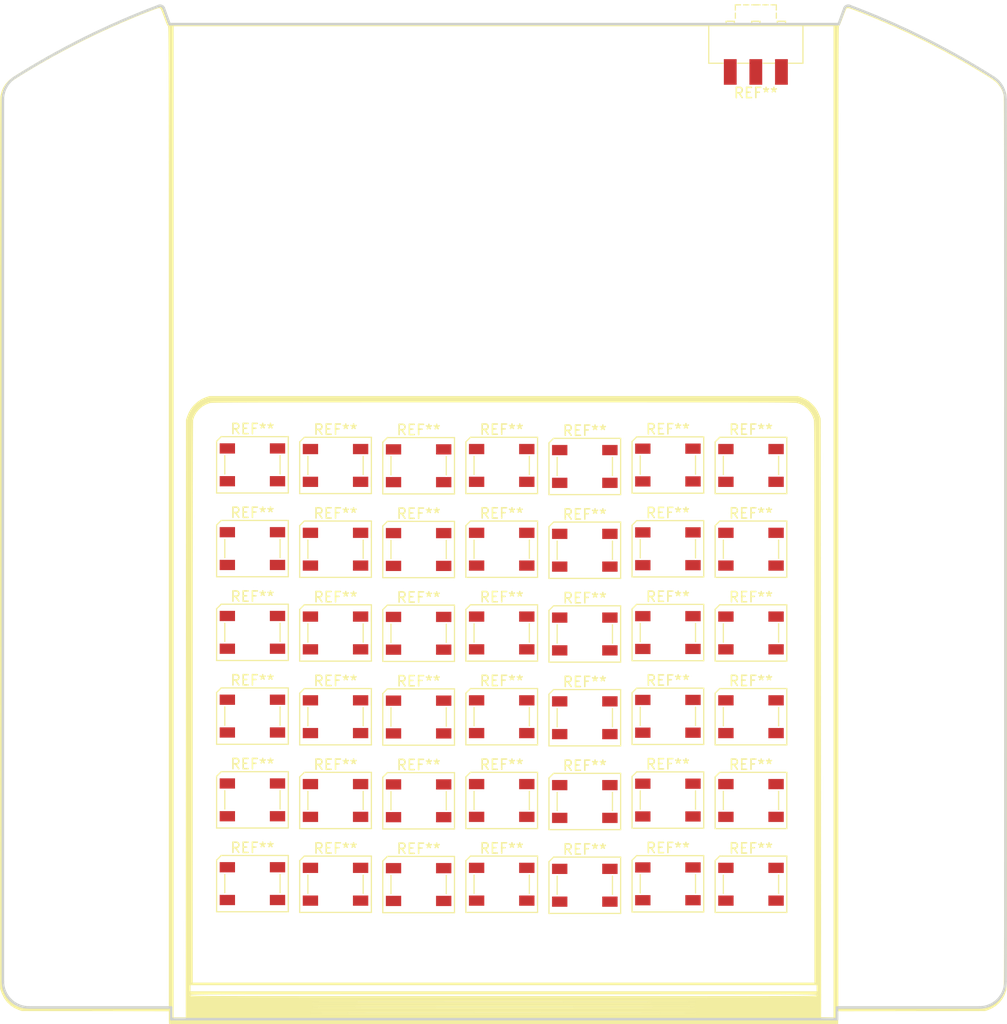
<source format=kicad_pcb>
(kicad_pcb (version 20241229) (generator "pcbnew") (generator_version "9.0")
  (layers (0 "F.Cu" signal) (2 "B.Cu" signal) (13 "F.Paste" user) (15 "B.Paste" user) (5 "F.SilkS" user "F.Silkscreen") (7 "B.SilkS" user "B.Silkscreen") (1 "F.Mask" user) (3 "B.Mask" user) (25 "Edge.Cuts" user))
  (net 0 "")
  (footprint "LED_SMD:LED_SK6812_PLCC4_5.0x5.0mm_P3.2mm" (layer "F.Cu") (at 127.49 104.774)
    (property "Reference" "REF**" (at 0 -3.5 0) (layer "F.SilkS"))
    (property "Value" "LED_SK6812_PLCC4_5.0x5.0mm_P3.2mm" (hide yes))
    (pad "1" smd rect (at -2.45 -1.6 180) (size 1.5 1) (layers "F.Cu" "F.Mask" "F.Paste"))
    (pad "2" smd rect (at -2.45 1.6 180) (size 1.5 1) (layers "F.Cu" "F.Mask" "F.Paste"))
    (pad "3" smd rect (at 2.45 1.6 180) (size 1.5 1) (layers "F.Cu" "F.Mask" "F.Paste"))
    (pad "4" smd rect (at 2.45 -1.6 180) (size 1.5 1) (layers "F.Cu" "F.Mask" "F.Paste"))
  )
  (footprint "LED_SMD:LED_SK6812_PLCC4_5.0x5.0mm_P3.2mm" (layer "F.Cu") (at 151.835 80.34)
    (property "Reference" "REF**" (at 0 -3.5 0) (layer "F.SilkS"))
    (property "Value" "LED_SK6812_PLCC4_5.0x5.0mm_P3.2mm" (hide yes))
    (pad "1" smd rect (at -2.45 -1.6 180) (size 1.5 1) (layers "F.Cu" "F.Mask" "F.Paste"))
    (pad "2" smd rect (at -2.45 1.6 180) (size 1.5 1) (layers "F.Cu" "F.Mask" "F.Paste"))
    (pad "3" smd rect (at 2.45 1.6 180) (size 1.5 1) (layers "F.Cu" "F.Mask" "F.Paste"))
    (pad "4" smd rect (at 2.45 -1.6 180) (size 1.5 1) (layers "F.Cu" "F.Mask" "F.Paste"))
  )
  (footprint "LED_SMD:LED_SK6812_PLCC4_5.0x5.0mm_P3.2mm" (layer "F.Cu") (at 168.065 112.952)
    (property "Reference" "REF**" (at 0 -3.5 0) (layer "F.SilkS"))
    (property "Value" "LED_SK6812_PLCC4_5.0x5.0mm_P3.2mm" (hide yes))
    (pad "1" smd rect (at -2.45 -1.6 180) (size 1.5 1) (layers "F.Cu" "F.Mask" "F.Paste"))
    (pad "2" smd rect (at -2.45 1.6 180) (size 1.5 1) (layers "F.Cu" "F.Mask" "F.Paste"))
    (pad "3" smd rect (at 2.45 1.6 180) (size 1.5 1) (layers "F.Cu" "F.Mask" "F.Paste"))
    (pad "4" smd rect (at 2.45 -1.6 180) (size 1.5 1) (layers "F.Cu" "F.Mask" "F.Paste"))
  )
  (footprint "LED_SMD:LED_SK6812_PLCC4_5.0x5.0mm_P3.2mm" (layer "F.Cu") (at 151.835 121.23)
    (property "Reference" "REF**" (at 0 -3.5 0) (layer "F.SilkS"))
    (property "Value" "LED_SK6812_PLCC4_5.0x5.0mm_P3.2mm" (hide yes))
    (pad "1" smd rect (at -2.45 -1.6 180) (size 1.5 1) (layers "F.Cu" "F.Mask" "F.Paste"))
    (pad "2" smd rect (at -2.45 1.6 180) (size 1.5 1) (layers "F.Cu" "F.Mask" "F.Paste"))
    (pad "3" smd rect (at 2.45 1.6 180) (size 1.5 1) (layers "F.Cu" "F.Mask" "F.Paste"))
    (pad "4" smd rect (at 2.45 -1.6 180) (size 1.5 1) (layers "F.Cu" "F.Mask" "F.Paste"))
  )
  (footprint "LED_SMD:LED_SK6812_PLCC4_5.0x5.0mm_P3.2mm" (layer "F.Cu") (at 159.95 112.912)
    (property "Reference" "REF**" (at 0 -3.5 0) (layer "F.SilkS"))
    (property "Value" "LED_SK6812_PLCC4_5.0x5.0mm_P3.2mm" (hide yes))
    (pad "1" smd rect (at -2.45 -1.6 180) (size 1.5 1) (layers "F.Cu" "F.Mask" "F.Paste"))
    (pad "2" smd rect (at -2.45 1.6 180) (size 1.5 1) (layers "F.Cu" "F.Mask" "F.Paste"))
    (pad "3" smd rect (at 2.45 1.6 180) (size 1.5 1) (layers "F.Cu" "F.Mask" "F.Paste"))
    (pad "4" smd rect (at 2.45 -1.6 180) (size 1.5 1) (layers "F.Cu" "F.Mask" "F.Paste"))
  )
  (footprint "lib_fp:SW_SPDT_CK-JS102011SAQN" (layer "F.Cu") (at 168.54 39.07 180)
    (property "Reference" "REF**" (at 0 -4.8 0) (layer "F.SilkS"))
    (property "Value" "SW_SPDT_CK-JS102011SAQN")
    (pad "" np_thru_hole circle (at -3.4 0 180) (size 0.9 0.9) (drill 0.9) (layers "*.Cu" "*.Mask"))
    (pad "" np_thru_hole circle (at 3.4 0 180) (size 0.9 0.9) (drill 0.9) (layers "*.Cu" "*.Mask"))
    (pad "1" smd rect (at -2.5 -2.75 180) (size 1.25 2.5) (layers "F.Cu" "F.Mask" "F.Paste"))
    (pad "2" smd rect (at 0 -2.75 180) (size 1.25 2.5) (layers "F.Cu" "F.Mask" "F.Paste"))
    (pad "3" smd rect (at 2.5 -2.75 180) (size 1.25 2.5) (layers "F.Cu" "F.Mask" "F.Paste"))
  )
  (footprint "LED_SMD:LED_SK6812_PLCC4_5.0x5.0mm_P3.2mm" (layer "F.Cu") (at 135.605 80.27)
    (property "Reference" "REF**" (at 0 -3.5 0) (layer "F.SilkS"))
    (property "Value" "LED_SK6812_PLCC4_5.0x5.0mm_P3.2mm" (hide yes))
    (pad "1" smd rect (at -2.45 -1.6 180) (size 1.5 1) (layers "F.Cu" "F.Mask" "F.Paste"))
    (pad "2" smd rect (at -2.45 1.6 180) (size 1.5 1) (layers "F.Cu" "F.Mask" "F.Paste"))
    (pad "3" smd rect (at 2.45 1.6 180) (size 1.5 1) (layers "F.Cu" "F.Mask" "F.Paste"))
    (pad "4" smd rect (at 2.45 -1.6 180) (size 1.5 1) (layers "F.Cu" "F.Mask" "F.Paste"))
  )
  (footprint "LED_SMD:LED_SK6812_PLCC4_5.0x5.0mm_P3.2mm" (layer "F.Cu") (at 143.72 121.13)
    (property "Reference" "REF**" (at 0 -3.5 0) (layer "F.SilkS"))
    (property "Value" "LED_SK6812_PLCC4_5.0x5.0mm_P3.2mm" (hide yes))
    (pad "1" smd rect (at -2.45 -1.6 180) (size 1.5 1) (layers "F.Cu" "F.Mask" "F.Paste"))
    (pad "2" smd rect (at -2.45 1.6 180) (size 1.5 1) (layers "F.Cu" "F.Mask" "F.Paste"))
    (pad "3" smd rect (at 2.45 1.6 180) (size 1.5 1) (layers "F.Cu" "F.Mask" "F.Paste"))
    (pad "4" smd rect (at 2.45 -1.6 180) (size 1.5 1) (layers "F.Cu" "F.Mask" "F.Paste"))
  )
  (footprint "LED_SMD:LED_SK6812_PLCC4_5.0x5.0mm_P3.2mm" (layer "F.Cu") (at 151.835 96.696)
    (property "Reference" "REF**" (at 0 -3.5 0) (layer "F.SilkS"))
    (property "Value" "LED_SK6812_PLCC4_5.0x5.0mm_P3.2mm" (hide yes))
    (pad "1" smd rect (at -2.45 -1.6 180) (size 1.5 1) (layers "F.Cu" "F.Mask" "F.Paste"))
    (pad "2" smd rect (at -2.45 1.6 180) (size 1.5 1) (layers "F.Cu" "F.Mask" "F.Paste"))
    (pad "3" smd rect (at 2.45 1.6 180) (size 1.5 1) (layers "F.Cu" "F.Mask" "F.Paste"))
    (pad "4" smd rect (at 2.45 -1.6 180) (size 1.5 1) (layers "F.Cu" "F.Mask" "F.Paste"))
  )
  (footprint "LED_SMD:LED_SK6812_PLCC4_5.0x5.0mm_P3.2mm" (layer "F.Cu") (at 135.605 121.16)
    (property "Reference" "REF**" (at 0 -3.5 0) (layer "F.SilkS"))
    (property "Value" "LED_SK6812_PLCC4_5.0x5.0mm_P3.2mm" (hide yes))
    (pad "1" smd rect (at -2.45 -1.6 180) (size 1.5 1) (layers "F.Cu" "F.Mask" "F.Paste"))
    (pad "2" smd rect (at -2.45 1.6 180) (size 1.5 1) (layers "F.Cu" "F.Mask" "F.Paste"))
    (pad "3" smd rect (at 2.45 1.6 180) (size 1.5 1) (layers "F.Cu" "F.Mask" "F.Paste"))
    (pad "4" smd rect (at 2.45 -1.6 180) (size 1.5 1) (layers "F.Cu" "F.Mask" "F.Paste"))
  )
  (footprint "LED_SMD:LED_SK6812_PLCC4_5.0x5.0mm_P3.2mm" (layer "F.Cu") (at 143.72 80.24)
    (property "Reference" "REF**" (at 0 -3.5 0) (layer "F.SilkS"))
    (property "Value" "LED_SK6812_PLCC4_5.0x5.0mm_P3.2mm" (hide yes))
    (pad "1" smd rect (at -2.45 -1.6 180) (size 1.5 1) (layers "F.Cu" "F.Mask" "F.Paste"))
    (pad "2" smd rect (at -2.45 1.6 180) (size 1.5 1) (layers "F.Cu" "F.Mask" "F.Paste"))
    (pad "3" smd rect (at 2.45 1.6 180) (size 1.5 1) (layers "F.Cu" "F.Mask" "F.Paste"))
    (pad "4" smd rect (at 2.45 -1.6 180) (size 1.5 1) (layers "F.Cu" "F.Mask" "F.Paste"))
  )
  (footprint "LED_SMD:LED_SK6812_PLCC4_5.0x5.0mm_P3.2mm" (layer "F.Cu") (at 127.49 80.24)
    (property "Reference" "REF**" (at 0 -3.5 0) (layer "F.SilkS"))
    (property "Value" "LED_SK6812_PLCC4_5.0x5.0mm_P3.2mm" (hide yes))
    (pad "1" smd rect (at -2.45 -1.6 180) (size 1.5 1) (layers "F.Cu" "F.Mask" "F.Paste"))
    (pad "2" smd rect (at -2.45 1.6 180) (size 1.5 1) (layers "F.Cu" "F.Mask" "F.Paste"))
    (pad "3" smd rect (at 2.45 1.6 180) (size 1.5 1) (layers "F.Cu" "F.Mask" "F.Paste"))
    (pad "4" smd rect (at 2.45 -1.6 180) (size 1.5 1) (layers "F.Cu" "F.Mask" "F.Paste"))
  )
  (footprint "LED_SMD:LED_SK6812_PLCC4_5.0x5.0mm_P3.2mm" (layer "F.Cu") (at 135.605 104.804)
    (property "Reference" "REF**" (at 0 -3.5 0) (layer "F.SilkS"))
    (property "Value" "LED_SK6812_PLCC4_5.0x5.0mm_P3.2mm" (hide yes))
    (pad "1" smd rect (at -2.45 -1.6 180) (size 1.5 1) (layers "F.Cu" "F.Mask" "F.Paste"))
    (pad "2" smd rect (at -2.45 1.6 180) (size 1.5 1) (layers "F.Cu" "F.Mask" "F.Paste"))
    (pad "3" smd rect (at 2.45 1.6 180) (size 1.5 1) (layers "F.Cu" "F.Mask" "F.Paste"))
    (pad "4" smd rect (at 2.45 -1.6 180) (size 1.5 1) (layers "F.Cu" "F.Mask" "F.Paste"))
  )
  (footprint "LED_SMD:LED_SK6812_PLCC4_5.0x5.0mm_P3.2mm" (layer "F.Cu") (at 159.95 88.378)
    (property "Reference" "REF**" (at 0 -3.5 0) (layer "F.SilkS"))
    (property "Value" "LED_SK6812_PLCC4_5.0x5.0mm_P3.2mm" (hide yes))
    (pad "1" smd rect (at -2.45 -1.6 180) (size 1.5 1) (layers "F.Cu" "F.Mask" "F.Paste"))
    (pad "2" smd rect (at -2.45 1.6 180) (size 1.5 1) (layers "F.Cu" "F.Mask" "F.Paste"))
    (pad "3" smd rect (at 2.45 1.6 180) (size 1.5 1) (layers "F.Cu" "F.Mask" "F.Paste"))
    (pad "4" smd rect (at 2.45 -1.6 180) (size 1.5 1) (layers "F.Cu" "F.Mask" "F.Paste"))
  )
  (footprint "LED_SMD:LED_SK6812_PLCC4_5.0x5.0mm_P3.2mm" (layer "F.Cu") (at 127.49 121.13)
    (property "Reference" "REF**" (at 0 -3.5 0) (layer "F.SilkS"))
    (property "Value" "LED_SK6812_PLCC4_5.0x5.0mm_P3.2mm" (hide yes))
    (pad "1" smd rect (at -2.45 -1.6 180) (size 1.5 1) (layers "F.Cu" "F.Mask" "F.Paste"))
    (pad "2" smd rect (at -2.45 1.6 180) (size 1.5 1) (layers "F.Cu" "F.Mask" "F.Paste"))
    (pad "3" smd rect (at 2.45 1.6 180) (size 1.5 1) (layers "F.Cu" "F.Mask" "F.Paste"))
    (pad "4" smd rect (at 2.45 -1.6 180) (size 1.5 1) (layers "F.Cu" "F.Mask" "F.Paste"))
  )
  (footprint "LED_SMD:LED_SK6812_PLCC4_5.0x5.0mm_P3.2mm" (layer "F.Cu") (at 127.49 88.418)
    (property "Reference" "REF**" (at 0 -3.5 0) (layer "F.SilkS"))
    (property "Value" "LED_SK6812_PLCC4_5.0x5.0mm_P3.2mm" (hide yes))
    (pad "1" smd rect (at -2.45 -1.6 180) (size 1.5 1) (layers "F.Cu" "F.Mask" "F.Paste"))
    (pad "2" smd rect (at -2.45 1.6 180) (size 1.5 1) (layers "F.Cu" "F.Mask" "F.Paste"))
    (pad "3" smd rect (at 2.45 1.6 180) (size 1.5 1) (layers "F.Cu" "F.Mask" "F.Paste"))
    (pad "4" smd rect (at 2.45 -1.6 180) (size 1.5 1) (layers "F.Cu" "F.Mask" "F.Paste"))
  )
  (footprint "LED_SMD:LED_SK6812_PLCC4_5.0x5.0mm_P3.2mm" (layer "F.Cu") (at 159.95 121.09)
    (property "Reference" "REF**" (at 0 -3.5 0) (layer "F.SilkS"))
    (property "Value" "LED_SK6812_PLCC4_5.0x5.0mm_P3.2mm" (hide yes))
    (pad "1" smd rect (at -2.45 -1.6 180) (size 1.5 1) (layers "F.Cu" "F.Mask" "F.Paste"))
    (pad "2" smd rect (at -2.45 1.6 180) (size 1.5 1) (layers "F.Cu" "F.Mask" "F.Paste"))
    (pad "3" smd rect (at 2.45 1.6 180) (size 1.5 1) (layers "F.Cu" "F.Mask" "F.Paste"))
    (pad "4" smd rect (at 2.45 -1.6 180) (size 1.5 1) (layers "F.Cu" "F.Mask" "F.Paste"))
  )
  (footprint "LED_SMD:LED_SK6812_PLCC4_5.0x5.0mm_P3.2mm" (layer "F.Cu") (at 151.835 104.874)
    (property "Reference" "REF**" (at 0 -3.5 0) (layer "F.SilkS"))
    (property "Value" "LED_SK6812_PLCC4_5.0x5.0mm_P3.2mm" (hide yes))
    (pad "1" smd rect (at -2.45 -1.6 180) (size 1.5 1) (layers "F.Cu" "F.Mask" "F.Paste"))
    (pad "2" smd rect (at -2.45 1.6 180) (size 1.5 1) (layers "F.Cu" "F.Mask" "F.Paste"))
    (pad "3" smd rect (at 2.45 1.6 180) (size 1.5 1) (layers "F.Cu" "F.Mask" "F.Paste"))
    (pad "4" smd rect (at 2.45 -1.6 180) (size 1.5 1) (layers "F.Cu" "F.Mask" "F.Paste"))
  )
  (footprint "LED_SMD:LED_SK6812_PLCC4_5.0x5.0mm_P3.2mm" (layer "F.Cu") (at 119.375 121.07)
    (property "Reference" "REF**" (at 0 -3.5 0) (layer "F.SilkS"))
    (property "Value" "LED_SK6812_PLCC4_5.0x5.0mm_P3.2mm" (hide yes))
    (pad "1" smd rect (at -2.45 -1.6 180) (size 1.5 1) (layers "F.Cu" "F.Mask" "F.Paste"))
    (pad "2" smd rect (at -2.45 1.6 180) (size 1.5 1) (layers "F.Cu" "F.Mask" "F.Paste"))
    (pad "3" smd rect (at 2.45 1.6 180) (size 1.5 1) (layers "F.Cu" "F.Mask" "F.Paste"))
    (pad "4" smd rect (at 2.45 -1.6 180) (size 1.5 1) (layers "F.Cu" "F.Mask" "F.Paste"))
  )
  (footprint "LED_SMD:LED_SK6812_PLCC4_5.0x5.0mm_P3.2mm" (layer "F.Cu") (at 159.95 96.556)
    (property "Reference" "REF**" (at 0 -3.5 0) (layer "F.SilkS"))
    (property "Value" "LED_SK6812_PLCC4_5.0x5.0mm_P3.2mm" (hide yes))
    (pad "1" smd rect (at -2.45 -1.6 180) (size 1.5 1) (layers "F.Cu" "F.Mask" "F.Paste"))
    (pad "2" smd rect (at -2.45 1.6 180) (size 1.5 1) (layers "F.Cu" "F.Mask" "F.Paste"))
    (pad "3" smd rect (at 2.45 1.6 180) (size 1.5 1) (layers "F.Cu" "F.Mask" "F.Paste"))
    (pad "4" smd rect (at 2.45 -1.6 180) (size 1.5 1) (layers "F.Cu" "F.Mask" "F.Paste"))
  )
  (footprint "LED_SMD:LED_SK6812_PLCC4_5.0x5.0mm_P3.2mm" (layer "F.Cu") (at 143.72 104.774)
    (property "Reference" "REF**" (at 0 -3.5 0) (layer "F.SilkS"))
    (property "Value" "LED_SK6812_PLCC4_5.0x5.0mm_P3.2mm" (hide yes))
    (pad "1" smd rect (at -2.45 -1.6 180) (size 1.5 1) (layers "F.Cu" "F.Mask" "F.Paste"))
    (pad "2" smd rect (at -2.45 1.6 180) (size 1.5 1) (layers "F.Cu" "F.Mask" "F.Paste"))
    (pad "3" smd rect (at 2.45 1.6 180) (size 1.5 1) (layers "F.Cu" "F.Mask" "F.Paste"))
    (pad "4" smd rect (at 2.45 -1.6 180) (size 1.5 1) (layers "F.Cu" "F.Mask" "F.Paste"))
  )
  (footprint "LED_SMD:LED_SK6812_PLCC4_5.0x5.0mm_P3.2mm" (layer "F.Cu") (at 135.605 96.626)
    (property "Reference" "REF**" (at 0 -3.5 0) (layer "F.SilkS"))
    (property "Value" "LED_SK6812_PLCC4_5.0x5.0mm_P3.2mm" (hide yes))
    (pad "1" smd rect (at -2.45 -1.6 180) (size 1.5 1) (layers "F.Cu" "F.Mask" "F.Paste"))
    (pad "2" smd rect (at -2.45 1.6 180) (size 1.5 1) (layers "F.Cu" "F.Mask" "F.Paste"))
    (pad "3" smd rect (at 2.45 1.6 180) (size 1.5 1) (layers "F.Cu" "F.Mask" "F.Paste"))
    (pad "4" smd rect (at 2.45 -1.6 180) (size 1.5 1) (layers "F.Cu" "F.Mask" "F.Paste"))
  )
  (footprint "LED_SMD:LED_SK6812_PLCC4_5.0x5.0mm_P3.2mm" (layer "F.Cu") (at 143.72 96.596)
    (property "Reference" "REF**" (at 0 -3.5 0) (layer "F.SilkS"))
    (property "Value" "LED_SK6812_PLCC4_5.0x5.0mm_P3.2mm" (hide yes))
    (pad "1" smd rect (at -2.45 -1.6 180) (size 1.5 1) (layers "F.Cu" "F.Mask" "F.Paste"))
    (pad "2" smd rect (at -2.45 1.6 180) (size 1.5 1) (layers "F.Cu" "F.Mask" "F.Paste"))
    (pad "3" smd rect (at 2.45 1.6 180) (size 1.5 1) (layers "F.Cu" "F.Mask" "F.Paste"))
    (pad "4" smd rect (at 2.45 -1.6 180) (size 1.5 1) (layers "F.Cu" "F.Mask" "F.Paste"))
  )
  (footprint "LED_SMD:LED_SK6812_PLCC4_5.0x5.0mm_P3.2mm" (layer "F.Cu") (at 119.375 80.18)
    (property "Reference" "REF**" (at 0 -3.5 0) (layer "F.SilkS"))
    (property "Value" "LED_SK6812_PLCC4_5.0x5.0mm_P3.2mm" (hide yes))
    (pad "1" smd rect (at -2.45 -1.6 180) (size 1.5 1) (layers "F.Cu" "F.Mask" "F.Paste"))
    (pad "2" smd rect (at -2.45 1.6 180) (size 1.5 1) (layers "F.Cu" "F.Mask" "F.Paste"))
    (pad "3" smd rect (at 2.45 1.6 180) (size 1.5 1) (layers "F.Cu" "F.Mask" "F.Paste"))
    (pad "4" smd rect (at 2.45 -1.6 180) (size 1.5 1) (layers "F.Cu" "F.Mask" "F.Paste"))
  )
  (footprint "LED_SMD:LED_SK6812_PLCC4_5.0x5.0mm_P3.2mm" (layer "F.Cu") (at 119.375 88.358)
    (property "Reference" "REF**" (at 0 -3.5 0) (layer "F.SilkS"))
    (property "Value" "LED_SK6812_PLCC4_5.0x5.0mm_P3.2mm" (hide yes))
    (pad "1" smd rect (at -2.45 -1.6 180) (size 1.5 1) (layers "F.Cu" "F.Mask" "F.Paste"))
    (pad "2" smd rect (at -2.45 1.6 180) (size 1.5 1) (layers "F.Cu" "F.Mask" "F.Paste"))
    (pad "3" smd rect (at 2.45 1.6 180) (size 1.5 1) (layers "F.Cu" "F.Mask" "F.Paste"))
    (pad "4" smd rect (at 2.45 -1.6 180) (size 1.5 1) (layers "F.Cu" "F.Mask" "F.Paste"))
  )
  (footprint "LED_SMD:LED_SK6812_PLCC4_5.0x5.0mm_P3.2mm" (layer "F.Cu") (at 168.065 121.13)
    (property "Reference" "REF**" (at 0 -3.5 0) (layer "F.SilkS"))
    (property "Value" "LED_SK6812_PLCC4_5.0x5.0mm_P3.2mm" (hide yes))
    (pad "1" smd rect (at -2.45 -1.6 180) (size 1.5 1) (layers "F.Cu" "F.Mask" "F.Paste"))
    (pad "2" smd rect (at -2.45 1.6 180) (size 1.5 1) (layers "F.Cu" "F.Mask" "F.Paste"))
    (pad "3" smd rect (at 2.45 1.6 180) (size 1.5 1) (layers "F.Cu" "F.Mask" "F.Paste"))
    (pad "4" smd rect (at 2.45 -1.6 180) (size 1.5 1) (layers "F.Cu" "F.Mask" "F.Paste"))
  )
  (footprint "LED_SMD:LED_SK6812_PLCC4_5.0x5.0mm_P3.2mm" (layer "F.Cu") (at 159.95 80.2)
    (property "Reference" "REF**" (at 0 -3.5 0) (layer "F.SilkS"))
    (property "Value" "LED_SK6812_PLCC4_5.0x5.0mm_P3.2mm" (hide yes))
    (pad "1" smd rect (at -2.45 -1.6 180) (size 1.5 1) (layers "F.Cu" "F.Mask" "F.Paste"))
    (pad "2" smd rect (at -2.45 1.6 180) (size 1.5 1) (layers "F.Cu" "F.Mask" "F.Paste"))
    (pad "3" smd rect (at 2.45 1.6 180) (size 1.5 1) (layers "F.Cu" "F.Mask" "F.Paste"))
    (pad "4" smd rect (at 2.45 -1.6 180) (size 1.5 1) (layers "F.Cu" "F.Mask" "F.Paste"))
  )
  (footprint "LED_SMD:LED_SK6812_PLCC4_5.0x5.0mm_P3.2mm" (layer "F.Cu") (at 168.065 88.418)
    (property "Reference" "REF**" (at 0 -3.5 0) (layer "F.SilkS"))
    (property "Value" "LED_SK6812_PLCC4_5.0x5.0mm_P3.2mm" (hide yes))
    (pad "1" smd rect (at -2.45 -1.6 180) (size 1.5 1) (layers "F.Cu" "F.Mask" "F.Paste"))
    (pad "2" smd rect (at -2.45 1.6 180) (size 1.5 1) (layers "F.Cu" "F.Mask" "F.Paste"))
    (pad "3" smd rect (at 2.45 1.6 180) (size 1.5 1) (layers "F.Cu" "F.Mask" "F.Paste"))
    (pad "4" smd rect (at 2.45 -1.6 180) (size 1.5 1) (layers "F.Cu" "F.Mask" "F.Paste"))
  )
  (footprint "LED_SMD:LED_SK6812_PLCC4_5.0x5.0mm_P3.2mm" (layer "F.Cu") (at 143.72 88.418)
    (property "Reference" "REF**" (at 0 -3.5 0) (layer "F.SilkS"))
    (property "Value" "LED_SK6812_PLCC4_5.0x5.0mm_P3.2mm" (hide yes))
    (pad "1" smd rect (at -2.45 -1.6 180) (size 1.5 1) (layers "F.Cu" "F.Mask" "F.Paste"))
    (pad "2" smd rect (at -2.45 1.6 180) (size 1.5 1) (layers "F.Cu" "F.Mask" "F.Paste"))
    (pad "3" smd rect (at 2.45 1.6 180) (size 1.5 1) (layers "F.Cu" "F.Mask" "F.Paste"))
    (pad "4" smd rect (at 2.45 -1.6 180) (size 1.5 1) (layers "F.Cu" "F.Mask" "F.Paste"))
  )
  (footprint "LED_SMD:LED_SK6812_PLCC4_5.0x5.0mm_P3.2mm" (layer "F.Cu") (at 168.065 96.596)
    (property "Reference" "REF**" (at 0 -3.5 0) (layer "F.SilkS"))
    (property "Value" "LED_SK6812_PLCC4_5.0x5.0mm_P3.2mm" (hide yes))
    (pad "1" smd rect (at -2.45 -1.6 180) (size 1.5 1) (layers "F.Cu" "F.Mask" "F.Paste"))
    (pad "2" smd rect (at -2.45 1.6 180) (size 1.5 1) (layers "F.Cu" "F.Mask" "F.Paste"))
    (pad "3" smd rect (at 2.45 1.6 180) (size 1.5 1) (layers "F.Cu" "F.Mask" "F.Paste"))
    (pad "4" smd rect (at 2.45 -1.6 180) (size 1.5 1) (layers "F.Cu" "F.Mask" "F.Paste"))
  )
  (footprint "LED_SMD:LED_SK6812_PLCC4_5.0x5.0mm_P3.2mm" (layer "F.Cu") (at 135.605 88.448)
    (property "Reference" "REF**" (at 0 -3.5 0) (layer "F.SilkS"))
    (property "Value" "LED_SK6812_PLCC4_5.0x5.0mm_P3.2mm" (hide yes))
    (pad "1" smd rect (at -2.45 -1.6 180) (size 1.5 1) (layers "F.Cu" "F.Mask" "F.Paste"))
    (pad "2" smd rect (at -2.45 1.6 180) (size 1.5 1) (layers "F.Cu" "F.Mask" "F.Paste"))
    (pad "3" smd rect (at 2.45 1.6 180) (size 1.5 1) (layers "F.Cu" "F.Mask" "F.Paste"))
    (pad "4" smd rect (at 2.45 -1.6 180) (size 1.5 1) (layers "F.Cu" "F.Mask" "F.Paste"))
  )
  (footprint "LED_SMD:LED_SK6812_PLCC4_5.0x5.0mm_P3.2mm" (layer "F.Cu") (at 119.375 112.892)
    (property "Reference" "REF**" (at 0 -3.5 0) (layer "F.SilkS"))
    (property "Value" "LED_SK6812_PLCC4_5.0x5.0mm_P3.2mm" (hide yes))
    (pad "1" smd rect (at -2.45 -1.6 180) (size 1.5 1) (layers "F.Cu" "F.Mask" "F.Paste"))
    (pad "2" smd rect (at -2.45 1.6 180) (size 1.5 1) (layers "F.Cu" "F.Mask" "F.Paste"))
    (pad "3" smd rect (at 2.45 1.6 180) (size 1.5 1) (layers "F.Cu" "F.Mask" "F.Paste"))
    (pad "4" smd rect (at 2.45 -1.6 180) (size 1.5 1) (layers "F.Cu" "F.Mask" "F.Paste"))
  )
  (footprint "LED_SMD:LED_SK6812_PLCC4_5.0x5.0mm_P3.2mm" (layer "F.Cu") (at 127.49 112.952)
    (property "Reference" "REF**" (at 0 -3.5 0) (layer "F.SilkS"))
    (property "Value" "LED_SK6812_PLCC4_5.0x5.0mm_P3.2mm" (hide yes))
    (pad "1" smd rect (at -2.45 -1.6 180) (size 1.5 1) (layers "F.Cu" "F.Mask" "F.Paste"))
    (pad "2" smd rect (at -2.45 1.6 180) (size 1.5 1) (layers "F.Cu" "F.Mask" "F.Paste"))
    (pad "3" smd rect (at 2.45 1.6 180) (size 1.5 1) (layers "F.Cu" "F.Mask" "F.Paste"))
    (pad "4" smd rect (at 2.45 -1.6 180) (size 1.5 1) (layers "F.Cu" "F.Mask" "F.Paste"))
  )
  (footprint "LED_SMD:LED_SK6812_PLCC4_5.0x5.0mm_P3.2mm" (layer "F.Cu") (at 119.375 104.714)
    (property "Reference" "REF**" (at 0 -3.5 0) (layer "F.SilkS"))
    (property "Value" "LED_SK6812_PLCC4_5.0x5.0mm_P3.2mm" (hide yes))
    (pad "1" smd rect (at -2.45 -1.6 180) (size 1.5 1) (layers "F.Cu" "F.Mask" "F.Paste"))
    (pad "2" smd rect (at -2.45 1.6 180) (size 1.5 1) (layers "F.Cu" "F.Mask" "F.Paste"))
    (pad "3" smd rect (at 2.45 1.6 180) (size 1.5 1) (layers "F.Cu" "F.Mask" "F.Paste"))
    (pad "4" smd rect (at 2.45 -1.6 180) (size 1.5 1) (layers "F.Cu" "F.Mask" "F.Paste"))
  )
  (footprint "LED_SMD:LED_SK6812_PLCC4_5.0x5.0mm_P3.2mm" (layer "F.Cu") (at 119.375 96.536)
    (property "Reference" "REF**" (at 0 -3.5 0) (layer "F.SilkS"))
    (property "Value" "LED_SK6812_PLCC4_5.0x5.0mm_P3.2mm" (hide yes))
    (pad "1" smd rect (at -2.45 -1.6 180) (size 1.5 1) (layers "F.Cu" "F.Mask" "F.Paste"))
    (pad "2" smd rect (at -2.45 1.6 180) (size 1.5 1) (layers "F.Cu" "F.Mask" "F.Paste"))
    (pad "3" smd rect (at 2.45 1.6 180) (size 1.5 1) (layers "F.Cu" "F.Mask" "F.Paste"))
    (pad "4" smd rect (at 2.45 -1.6 180) (size 1.5 1) (layers "F.Cu" "F.Mask" "F.Paste"))
  )
  (footprint "LED_SMD:LED_SK6812_PLCC4_5.0x5.0mm_P3.2mm" (layer "F.Cu") (at 135.605 112.982)
    (property "Reference" "REF**" (at 0 -3.5 0) (layer "F.SilkS"))
    (property "Value" "LED_SK6812_PLCC4_5.0x5.0mm_P3.2mm" (hide yes))
    (pad "1" smd rect (at -2.45 -1.6 180) (size 1.5 1) (layers "F.Cu" "F.Mask" "F.Paste"))
    (pad "2" smd rect (at -2.45 1.6 180) (size 1.5 1) (layers "F.Cu" "F.Mask" "F.Paste"))
    (pad "3" smd rect (at 2.45 1.6 180) (size 1.5 1) (layers "F.Cu" "F.Mask" "F.Paste"))
    (pad "4" smd rect (at 2.45 -1.6 180) (size 1.5 1) (layers "F.Cu" "F.Mask" "F.Paste"))
  )
  (footprint "LED_SMD:LED_SK6812_PLCC4_5.0x5.0mm_P3.2mm" (layer "F.Cu") (at 168.065 104.774)
    (property "Reference" "REF**" (at 0 -3.5 0) (layer "F.SilkS"))
    (property "Value" "LED_SK6812_PLCC4_5.0x5.0mm_P3.2mm" (hide yes))
    (pad "1" smd rect (at -2.45 -1.6 180) (size 1.5 1) (layers "F.Cu" "F.Mask" "F.Paste"))
    (pad "2" smd rect (at -2.45 1.6 180) (size 1.5 1) (layers "F.Cu" "F.Mask" "F.Paste"))
    (pad "3" smd rect (at 2.45 1.6 180) (size 1.5 1) (layers "F.Cu" "F.Mask" "F.Paste"))
    (pad "4" smd rect (at 2.45 -1.6 180) (size 1.5 1) (layers "F.Cu" "F.Mask" "F.Paste"))
  )
  (footprint "LED_SMD:LED_SK6812_PLCC4_5.0x5.0mm_P3.2mm" (layer "F.Cu") (at 168.065 80.24)
    (property "Reference" "REF**" (at 0 -3.5 0) (layer "F.SilkS"))
    (property "Value" "LED_SK6812_PLCC4_5.0x5.0mm_P3.2mm" (hide yes))
    (pad "1" smd rect (at -2.45 -1.6 180) (size 1.5 1) (layers "F.Cu" "F.Mask" "F.Paste"))
    (pad "2" smd rect (at -2.45 1.6 180) (size 1.5 1) (layers "F.Cu" "F.Mask" "F.Paste"))
    (pad "3" smd rect (at 2.45 1.6 180) (size 1.5 1) (layers "F.Cu" "F.Mask" "F.Paste"))
    (pad "4" smd rect (at 2.45 -1.6 180) (size 1.5 1) (layers "F.Cu" "F.Mask" "F.Paste"))
  )
  (footprint "LED_SMD:LED_SK6812_PLCC4_5.0x5.0mm_P3.2mm" (layer "F.Cu") (at 151.835 113.052)
    (property "Reference" "REF**" (at 0 -3.5 0) (layer "F.SilkS"))
    (property "Value" "LED_SK6812_PLCC4_5.0x5.0mm_P3.2mm" (hide yes))
    (pad "1" smd rect (at -2.45 -1.6 180) (size 1.5 1) (layers "F.Cu" "F.Mask" "F.Paste"))
    (pad "2" smd rect (at -2.45 1.6 180) (size 1.5 1) (layers "F.Cu" "F.Mask" "F.Paste"))
    (pad "3" smd rect (at 2.45 1.6 180) (size 1.5 1) (layers "F.Cu" "F.Mask" "F.Paste"))
    (pad "4" smd rect (at 2.45 -1.6 180) (size 1.5 1) (layers "F.Cu" "F.Mask" "F.Paste"))
  )
  (footprint "LED_SMD:LED_SK6812_PLCC4_5.0x5.0mm_P3.2mm" (layer "F.Cu") (at 127.49 96.596)
    (property "Reference" "REF**" (at 0 -3.5 0) (layer "F.SilkS"))
    (property "Value" "LED_SK6812_PLCC4_5.0x5.0mm_P3.2mm" (hide yes))
    (pad "1" smd rect (at -2.45 -1.6 180) (size 1.5 1) (layers "F.Cu" "F.Mask" "F.Paste"))
    (pad "2" smd rect (at -2.45 1.6 180) (size 1.5 1) (layers "F.Cu" "F.Mask" "F.Paste"))
    (pad "3" smd rect (at 2.45 1.6 180) (size 1.5 1) (layers "F.Cu" "F.Mask" "F.Paste"))
    (pad "4" smd rect (at 2.45 -1.6 180) (size 1.5 1) (layers "F.Cu" "F.Mask" "F.Paste"))
  )
  (footprint "LED_SMD:LED_SK6812_PLCC4_5.0x5.0mm_P3.2mm" (layer "F.Cu") (at 143.72 112.952)
    (property "Reference" "REF**" (at 0 -3.5 0) (layer "F.SilkS"))
    (property "Value" "LED_SK6812_PLCC4_5.0x5.0mm_P3.2mm" (hide yes))
    (pad "1" smd rect (at -2.45 -1.6 180) (size 1.5 1) (layers "F.Cu" "F.Mask" "F.Paste"))
    (pad "2" smd rect (at -2.45 1.6 180) (size 1.5 1) (layers "F.Cu" "F.Mask" "F.Paste"))
    (pad "3" smd rect (at 2.45 1.6 180) (size 1.5 1) (layers "F.Cu" "F.Mask" "F.Paste"))
    (pad "4" smd rect (at 2.45 -1.6 180) (size 1.5 1) (layers "F.Cu" "F.Mask" "F.Paste"))
  )
  (footprint "lib_fp:Front Silk" (layer "F.Cu") (at 143.69 81.61)
    (property "Reference" "G***" (hide yes))
    (property "Value" "LOGO" (hide yes))
  )
  (footprint "LED_SMD:LED_SK6812_PLCC4_5.0x5.0mm_P3.2mm" (layer "F.Cu") (at 159.95 104.734)
    (property "Reference" "REF**" (at 0 -3.5 0) (layer "F.SilkS"))
    (property "Value" "LED_SK6812_PLCC4_5.0x5.0mm_P3.2mm" (hide yes))
    (pad "1" smd rect (at -2.45 -1.6 180) (size 1.5 1) (layers "F.Cu" "F.Mask" "F.Paste"))
    (pad "2" smd rect (at -2.45 1.6 180) (size 1.5 1) (layers "F.Cu" "F.Mask" "F.Paste"))
    (pad "3" smd rect (at 2.45 1.6 180) (size 1.5 1) (layers "F.Cu" "F.Mask" "F.Paste"))
    (pad "4" smd rect (at 2.45 -1.6 180) (size 1.5 1) (layers "F.Cu" "F.Mask" "F.Paste"))
  )
  (footprint "LED_SMD:LED_SK6812_PLCC4_5.0x5.0mm_P3.2mm" (layer "F.Cu") (at 151.835 88.518)
    (property "Reference" "REF**" (at 0 -3.5 0) (layer "F.SilkS"))
    (property "Value" "LED_SK6812_PLCC4_5.0x5.0mm_P3.2mm" (hide yes))
    (pad "1" smd rect (at -2.45 -1.6 180) (size 1.5 1) (layers "F.Cu" "F.Mask" "F.Paste"))
    (pad "2" smd rect (at -2.45 1.6 180) (size 1.5 1) (layers "F.Cu" "F.Mask" "F.Paste"))
    (pad "3" smd rect (at 2.45 1.6 180) (size 1.5 1) (layers "F.Cu" "F.Mask" "F.Paste"))
    (pad "4" smd rect (at 2.45 -1.6 180) (size 1.5 1) (layers "F.Cu" "F.Mask" "F.Paste"))
  )
  (gr_curve (pts (xy 95.746557 132.418396) (xy 95.629275 132.301453) (xy 95.524003 132.173832) (xy 95.431012 132.035285)) (stroke (width 0.25)) (layer "Edge.Cuts"))
  (gr_line (start 176.6356 37.14774) (end 177.199019 35.599885) (stroke (width 0.25)) (layer "Edge.Cuts"))
  (gr_curve (pts (xy 192.868111 131.115687) (xy 192.835747 131.278253) (xy 192.786739 131.43981) (xy 192.722856 131.593679)) (stroke (width 0.25)) (layer "Edge.Cuts"))
  (gr_line (start 176.4705 134.30274) (end 111.4465 134.30274) (stroke (width 0.25)) (layer "Edge.Cuts"))
  (gr_curve (pts (xy 110.72 35.603044) (xy 110.648033 35.405319) (xy 110.429406 35.303373) (xy 110.231681 35.375339)) (stroke (width 0.25)) (layer "Edge.Cuts"))
  (gr_curve (pts (xy 96.132508 132.734111) (xy 95.994614 132.642318) (xy 95.863839 132.535338) (xy 95.746557 132.418396)) (stroke (width 0.25)) (layer "Edge.Cuts"))
  (gr_line (start 176.4705 133.15974) (end 176.4705 134.30274) (stroke (width 0.25)) (layer "Edge.Cuts"))
  (gr_curve (pts (xy 95.691405 42.758077) (xy 95.837194 42.60336) (xy 96.000524 42.468328) (xy 96.181921 42.353556)) (stroke (width 0.25)) (layer "Edge.Cuts"))
  (gr_line (start 190.377 133.15974) (end 176.4705 133.15974) (stroke (width 0.25)) (layer "Edge.Cuts"))
  (gr_curve (pts (xy 96.181921 42.353556) (xy 98.397059 40.952014) (xy 100.674979 39.670361) (xy 103.015617 38.507284)) (stroke (width 0.25)) (layer "Edge.Cuts"))
  (gr_curve (pts (xy 192.83693 43.867272) (xy 192.89003 44.073716) (xy 192.917 44.284577) (xy 192.917 44.5)) (stroke (width 0.25)) (layer "Edge.Cuts"))
  (gr_curve (pts (xy 97.046057 133.11125) (xy 96.884136 133.079149) (xy 96.723254 133.030579) (xy 96.569677 132.967094)) (stroke (width 0.25)) (layer "Edge.Cuts"))
  (gr_curve (pts (xy 96.569677 132.967094) (xy 96.416099 132.90361) (xy 96.270403 132.825905) (xy 96.132508 132.734111)) (stroke (width 0.25)) (layer "Edge.Cuts"))
  (gr_curve (pts (xy 97.54 133.15974) (xy 97.372587 133.15974) (xy 97.207978 133.14335) (xy 97.046057 133.11125)) (stroke (width 0.25)) (layer "Edge.Cuts"))
  (gr_curve (pts (xy 95.315616 43.273739) (xy 95.418026 43.087972) (xy 95.545616 42.912794) (xy 95.691405 42.758077)) (stroke (width 0.25)) (layer "Edge.Cuts"))
  (gr_curve (pts (xy 103.019627 38.506121) (xy 105.360265 37.343044) (xy 107.763613 36.298538) (xy 110.231681 35.375339)) (stroke (width 0.25)) (layer "Edge.Cuts"))
  (gr_curve (pts (xy 192.722856 131.593679) (xy 192.658974 131.747548) (xy 192.580808 131.893482) (xy 192.488488 132.031554)) (stroke (width 0.25)) (layer "Edge.Cuts"))
  (gr_curve (pts (xy 192.225579 42.75806) (xy 192.371358 42.912763) (xy 192.498958 43.087957) (xy 192.601346 43.27367)) (stroke (width 0.25)) (layer "Edge.Cuts"))
  (gr_curve (pts (xy 95 44.5) (xy 95 44.284578) (xy 95.026969 44.073771) (xy 95.08003 43.867427)) (stroke (width 0.25)) (layer "Edge.Cuts"))
  (gr_line (start 192.917 44.5) (end 192.917 130.61974) (stroke (width 0.25)) (layer "Edge.Cuts"))
  (gr_line (start 95 130.61974) (end 95 44.5) (stroke (width 0.25)) (layer "Edge.Cuts"))
  (gr_line (start 111.2814 37.14774) (end 176.6356 37.14774) (stroke (width 0.25)) (layer "Edge.Cuts"))
  (gr_curve (pts (xy 192.488488 132.031554) (xy 192.396168 132.169626) (xy 192.28885 132.300166) (xy 192.17171 132.417131)) (stroke (width 0.25)) (layer "Edge.Cuts"))
  (gr_line (start 111.4465 133.15974) (end 111.4465 134.30274) (stroke (width 0.25)) (layer "Edge.Cuts"))
  (gr_line (start 111.4465 133.15974) (end 97.54 133.15974) (stroke (width 0.25)) (layer "Edge.Cuts"))
  (gr_curve (pts (xy 191.735078 42.353556) (xy 191.916476 42.468328) (xy 192.079799 42.603356) (xy 192.225579 42.75806)) (stroke (width 0.25)) (layer "Edge.Cuts"))
  (gr_curve (pts (xy 95.08003 43.867427) (xy 95.13309 43.661084) (xy 95.213206 43.459506) (xy 95.315616 43.273739)) (stroke (width 0.25)) (layer "Edge.Cuts"))
  (gr_line (start 110.72 35.603044) (end 111.2814 37.14774) (stroke (width 0.25)) (layer "Edge.Cuts"))
  (gr_curve (pts (xy 95.431012 132.035285) (xy 95.33802 131.896739) (xy 95.258632 131.748624) (xy 95.195004 131.595749)) (stroke (width 0.25)) (layer "Edge.Cuts"))
  (gr_curve (pts (xy 192.917 130.61974) (xy 192.917 130.787844) (xy 192.900476 130.953121) (xy 192.868111 131.115687)) (stroke (width 0.25)) (layer "Edge.Cuts"))
  (gr_curve (pts (xy 192.601346 43.27367) (xy 192.703733 43.459383) (xy 192.78383 43.660828) (xy 192.83693 43.867272)) (stroke (width 0.25)) (layer "Edge.Cuts"))
  (gr_curve (pts (xy 192.17171 132.417131) (xy 191.93743 132.651061) (xy 191.654391 132.839843) (xy 191.349409 132.966231)) (stroke (width 0.25)) (layer "Edge.Cuts"))
  (gr_curve (pts (xy 95.195004 131.595749) (xy 95.067749 131.290001) (xy 95 130.955992) (xy 95 130.61974)) (stroke (width 0.25)) (layer "Edge.Cuts"))
  (gr_curve (pts (xy 177.689329 35.376502) (xy 180.157397 36.299701) (xy 182.560745 37.344207) (xy 184.901383 38.507284)) (stroke (width 0.25)) (layer "Edge.Cuts"))
  (gr_curve (pts (xy 184.901383 38.507284) (xy 187.24202 39.670361) (xy 189.519941 40.952014) (xy 191.735078 42.353556)) (stroke (width 0.25)) (layer "Edge.Cuts"))
  (gr_curve (pts (xy 191.349409 132.966231) (xy 191.044428 133.092618) (xy 190.711781 133.15974) (xy 190.377 133.15974)) (stroke (width 0.25)) (layer "Edge.Cuts"))
  (gr_curve (pts (xy 177.689329 35.376502) (xy 177.492248 35.302792) (xy 177.272729 35.402804) (xy 177.199019 35.599885)) (stroke (width 0.25)) (layer "Edge.Cuts"))
)
</source>
